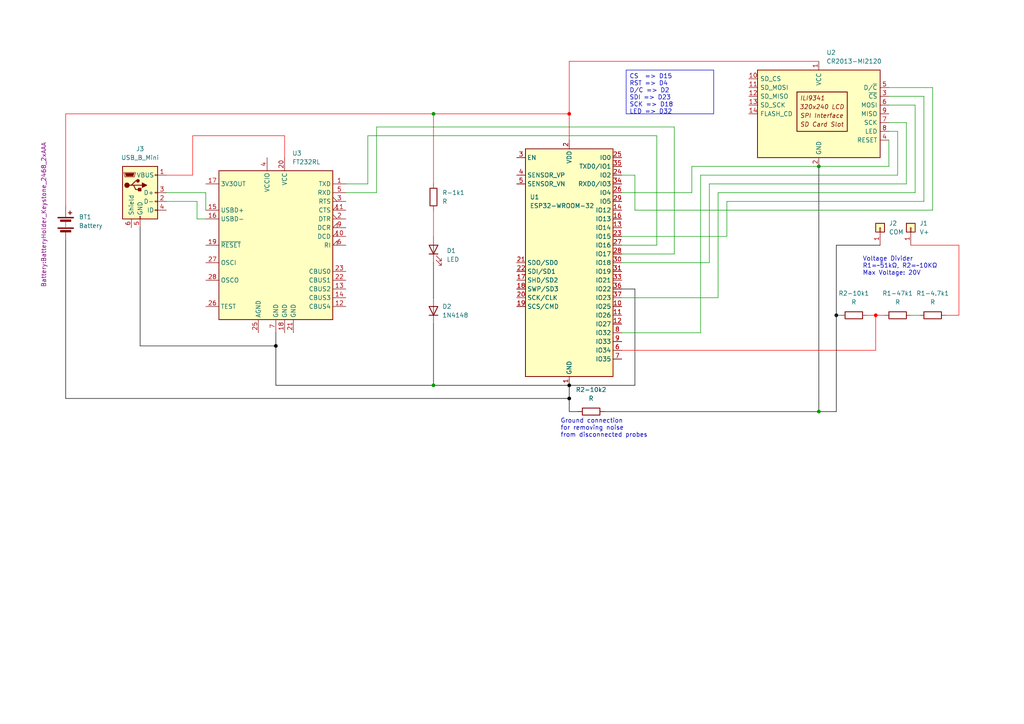
<source format=kicad_sch>
(kicad_sch (version 20230121) (generator eeschema)
  (paper "A4")
  (lib_symbols
    (symbol "Connector:USB_B_Mini" (pin_names (offset 1.016))
      (property "Reference" "J" (at -5.08 11.43 0))
      (property "Value" "USB_B_Mini" (at -5.08 8.89 0))
      (symbol "USB_B_Mini_0_1"
        (rectangle (start -5.08 -7.62) (end 5.08 7.62) (stroke (width 0.254)) (fill (type background)))
        (circle (center -3.81 2.159) (radius 0.635) (stroke (width 0.254)) (fill (type outline)))
        (circle (center -0.635 3.429) (radius 0.381) (stroke (width 0.254)) (fill (type outline)))
        (rectangle (start -0.127 -7.62) (end 0.127 -6.858))
        (polyline (pts (xy -1.905 2.159) (xy 0.635 2.159)) (stroke (width 0.254)))
        (polyline (pts (xy -3.175 2.159) (xy -2.54 2.159) (xy -1.27 3.429) (xy -0.635 3.429)) (stroke (width 0.254)))
        (polyline (pts (xy -2.54 2.159) (xy -1.905 2.159) (xy -1.27 0.889) (xy 0 0.889)) (stroke (width 0.254)))
        (polyline (pts (xy 0.635 2.794) (xy 0.635 1.524) (xy 1.905 2.159) (xy 0.635 2.794)) (stroke (width 0.254)) (fill (type outline)))
        (polyline (pts (xy -4.318 5.588) (xy -1.778 5.588) (xy -2.032 4.826) (xy -4.064 4.826) (xy -4.318 5.588)) (fill (type outline)))
        (polyline (pts (xy -4.699 5.842) (xy -4.699 5.588) (xy -4.445 4.826) (xy -4.445 4.572) (xy -1.651 4.572) (xy -1.651 4.826) (xy -1.397 5.588) (xy -1.397 5.842) (xy -4.699 5.842)))
        (rectangle (start 0.254 1.27) (end -0.508 0.508) (stroke (width 0.254)) (fill (type outline)))
        (rectangle (start 5.08 -5.207) (end 4.318 -4.953))
        (rectangle (start 5.08 -2.667) (end 4.318 -2.413))
        (rectangle (start 5.08 -0.127) (end 4.318 0.127))
        (rectangle (start 5.08 4.953) (end 4.318 5.207))
      )
      (symbol "USB_B_Mini_1_1"
        (pin power_out line (at 7.62 5.08 180) (length 2.54) (name "VBUS") (number "1"))
        (pin bidirectional line (at 7.62 -2.54 180) (length 2.54) (name "D-") (number "2"))
        (pin bidirectional line (at 7.62 0 180) (length 2.54) (name "D+") (number "3"))
        (pin passive line (at 7.62 -5.08 180) (length 2.54) (name "ID") (number "4"))
        (pin power_out line (at 0 -10.16 90) (length 2.54) (name "GND") (number "5"))
        (pin passive line (at -2.54 -10.16 90) (length 2.54) (name "Shield") (number "6"))
      )
    )
    (symbol "Connector_Generic:Conn_01x01" (pin_names (offset 1.016) hide)
      (property "Reference" "J" (at 0 2.54 0))
      (property "Value" "Conn_01x01" (at 0 -2.54 0))
      (symbol "Conn_01x01_1_1"
        (rectangle (start -1.27 0.127) (end 0 -0.127) (stroke (width 0.1524)))
        (rectangle (start -1.27 1.27) (end 1.27 -1.27) (stroke (width 0.254)) (fill (type background)))
        (pin passive line (at -5.08 0 0) (length 3.81) (name "Pin_1") (number "1"))
      )
    )
    (symbol "Device:Battery" (pin_numbers hide) (pin_names (offset 0) hide)
      (property "Reference" "BT" (at 2.54 2.54 0))
      (property "Value" "Battery" (at 2.54 0 0))
      (symbol "Battery_0_1"
        (rectangle (start -2.286 -1.27) (end 2.286 -1.524) (fill (type outline)))
        (rectangle (start -2.286 1.778) (end 2.286 1.524) (fill (type outline)))
        (rectangle (start -1.524 -2.032) (end 1.524 -2.54) (fill (type outline)))
        (rectangle (start -1.524 1.016) (end 1.524 0.508) (fill (type outline)))
        (polyline (pts (xy 0 -1.016) (xy 0 -0.762)))
        (polyline (pts (xy 0 -0.508) (xy 0 -0.254)))
        (polyline (pts (xy 0 0) (xy 0 0.254)))
        (polyline (pts (xy 0 1.778) (xy 0 2.54)))
        (polyline (pts (xy 0.762 3.048) (xy 1.778 3.048)) (stroke (width 0.254)))
        (polyline (pts (xy 1.27 3.556) (xy 1.27 2.54)) (stroke (width 0.254)))
      )
      (symbol "Battery_1_1"
        (pin passive line (at 0 5.08 270) (length 2.54) (name "+") (number "1"))
        (pin passive line (at 0 -5.08 90) (length 2.54) (name "-") (number "2"))
      )
    )
    (symbol "Device:LED" (pin_numbers hide) (pin_names (offset 1.016) hide)
      (property "Reference" "D" (at 0 2.54 0))
      (property "Value" "LED" (at 0 -2.54 0))
      (symbol "LED_0_1"
        (polyline (pts (xy -1.27 -1.27) (xy -1.27 1.27)) (stroke (width 0.254)))
        (polyline (pts (xy -1.27 0) (xy 1.27 0)))
        (polyline (pts (xy 1.27 -1.27) (xy 1.27 1.27) (xy -1.27 0) (xy 1.27 -1.27)) (stroke (width 0.254)))
        (polyline (pts (xy -3.048 -0.762) (xy -4.572 -2.286) (xy -3.81 -2.286) (xy -4.572 -2.286) (xy -4.572 -1.524)))
        (polyline (pts (xy -1.778 -0.762) (xy -3.302 -2.286) (xy -2.54 -2.286) (xy -3.302 -2.286) (xy -3.302 -1.524)))
      )
      (symbol "LED_1_1"
        (pin passive line (at -3.81 0 0) (length 2.54) (name "K") (number "1"))
        (pin passive line (at 3.81 0 180) (length 2.54) (name "A") (number "2"))
      )
    )
    (symbol "Device:R" (pin_numbers hide) (pin_names (offset 0))
      (property "Reference" "R" (at 2.032 0 90))
      (property "Value" "R" (at 0 0 90))
      (symbol "R_0_1"
        (rectangle (start -1.016 -2.54) (end 1.016 2.54) (stroke (width 0.254)))
      )
      (symbol "R_1_1"
        (pin passive line (at 0 3.81 270) (length 1.27) (name "~") (number "1"))
        (pin passive line (at 0 -3.81 90) (length 1.27) (name "~") (number "2"))
      )
    )
    (symbol "Diode:1N4148" (pin_numbers hide) (pin_names hide)
      (property "Reference" "D" (at 0 2.54 0))
      (property "Value" "1N4148" (at 0 -2.54 0))
      (symbol "1N4148_0_1"
        (polyline (pts (xy -1.27 1.27) (xy -1.27 -1.27)) (stroke (width 0.254)))
        (polyline (pts (xy 1.27 0) (xy -1.27 0)))
        (polyline (pts (xy 1.27 1.27) (xy 1.27 -1.27) (xy -1.27 0) (xy 1.27 1.27)) (stroke (width 0.254)))
      )
      (symbol "1N4148_1_1"
        (pin passive line (at -3.81 0 0) (length 2.54) (name "K") (number "1"))
        (pin passive line (at 3.81 0 180) (length 2.54) (name "A") (number "2"))
      )
    )
    (symbol "Driver_Display:CR2013-MI2120" (pin_names (offset 0.762))
      (property "Reference" "U" (at -17.526 13.97 0))
      (property "Value" "CR2013-MI2120" (at 1.905 13.97 0))
      (symbol "CR2013-MI2120_0_0"
        (text "320x240 LCD" (at 0.889 2.032 0) (effects (font (size 1.27 1.27) italic)))
        (text "ILI9341" (at -5.461 4.572 0) (effects (font (size 1.27 1.27) italic) (justify left)))
        (text "SD Card Slot" (at -5.461 -3.048 0) (effects (font (size 1.27 1.27) italic) (justify left)))
        (text "SPI Interface" (at -5.461 -0.508 0) (effects (font (size 1.27 1.27) italic) (justify left)))
      )
      (symbol "CR2013-MI2120_0_1"
        (rectangle (start -17.78 12.7) (end 17.78 -12.7) (stroke (width 0.254)) (fill (type background)))
        (rectangle (start -6.35 6.35) (end 8.255 -5.08) (stroke (width 0.254)))
      )
      (symbol "CR2013-MI2120_1_1"
        (pin power_in line (at 0 15.24 270) (length 2.54) (name "VCC") (number "1"))
        (pin input line (at -20.32 10.16 0) (length 2.54) (name "SD_CS") (number "10"))
        (pin input line (at -20.32 7.62 0) (length 2.54) (name "SD_MOSI") (number "11"))
        (pin output line (at -20.32 5.08 0) (length 2.54) (name "SD_MISO") (number "12"))
        (pin input line (at -20.32 2.54 0) (length 2.54) (name "SD_SCK") (number "13"))
        (pin input line (at -20.32 0 0) (length 2.54) (name "FLASH_CD") (number "14"))
        (pin power_in line (at 0 -15.24 90) (length 2.54) (name "GND") (number "2"))
        (pin input line (at 20.32 5.08 180) (length 2.54) (name "~{CS}") (number "3"))
        (pin input line (at 20.32 -7.62 180) (length 2.54) (name "RESET") (number "4"))
        (pin input line (at 20.32 7.62 180) (length 2.54) (name "D/~{C}") (number "5"))
        (pin input line (at 20.32 2.54 180) (length 2.54) (name "MOSI") (number "6"))
        (pin input line (at 20.32 -2.54 180) (length 2.54) (name "SCK") (number "7"))
        (pin input line (at 20.32 -5.08 180) (length 2.54) (name "LED") (number "8"))
        (pin output line (at 20.32 0 180) (length 2.54) (name "MISO") (number "9"))
      )
    )
    (symbol "Interface_USB:FT232RL"
      (property "Reference" "U" (at -16.51 22.86 0))
      (property "Value" "FT232RL" (at 10.16 22.86 0))
      (symbol "FT232RL_0_1"
        (rectangle (start -16.51 21.59) (end 16.51 -21.59) (stroke (width 0.254)) (fill (type background)))
      )
      (symbol "FT232RL_1_1"
        (pin output line (at 20.32 17.78 180) (length 3.81) (name "TXD") (number "1"))
        (pin input input_low (at 20.32 2.54 180) (length 3.81) (name "DCD") (number "10"))
        (pin input input_low (at 20.32 10.16 180) (length 3.81) (name "CTS") (number "11"))
        (pin bidirectional line (at 20.32 -17.78 180) (length 3.81) (name "CBUS4") (number "12"))
        (pin bidirectional line (at 20.32 -12.7 180) (length 3.81) (name "CBUS2") (number "13"))
        (pin bidirectional line (at 20.32 -15.24 180) (length 3.81) (name "CBUS3") (number "14"))
        (pin bidirectional line (at -20.32 10.16 0) (length 3.81) (name "USBD+") (number "15"))
        (pin bidirectional line (at -20.32 7.62 0) (length 3.81) (name "USBD-") (number "16"))
        (pin power_out line (at -20.32 17.78 0) (length 3.81) (name "3V3OUT") (number "17"))
        (pin power_in line (at 2.54 -25.4 90) (length 3.81) (name "GND") (number "18"))
        (pin input line (at -20.32 0 0) (length 3.81) (name "~{RESET}") (number "19"))
        (pin output output_low (at 20.32 7.62 180) (length 3.81) (name "DTR") (number "2"))
        (pin power_in line (at 2.54 25.4 270) (length 3.81) (name "VCC") (number "20"))
        (pin power_in line (at 5.08 -25.4 90) (length 3.81) (name "GND") (number "21"))
        (pin bidirectional line (at 20.32 -10.16 180) (length 3.81) (name "CBUS1") (number "22"))
        (pin bidirectional line (at 20.32 -7.62 180) (length 3.81) (name "CBUS0") (number "23"))
        (pin power_in line (at -5.08 -25.4 90) (length 3.81) (name "AGND") (number "25"))
        (pin input line (at -20.32 -17.78 0) (length 3.81) (name "TEST") (number "26"))
        (pin input line (at -20.32 -5.08 0) (length 3.81) (name "OSCI") (number "27"))
        (pin output line (at -20.32 -10.16 0) (length 3.81) (name "OSCO") (number "28"))
        (pin output output_low (at 20.32 12.7 180) (length 3.81) (name "RTS") (number "3"))
        (pin power_in line (at -2.54 25.4 270) (length 3.81) (name "VCCIO") (number "4"))
        (pin input line (at 20.32 15.24 180) (length 3.81) (name "RXD") (number "5"))
        (pin input input_low (at 20.32 0 180) (length 3.81) (name "RI") (number "6"))
        (pin power_in line (at 0 -25.4 90) (length 3.81) (name "GND") (number "7"))
        (pin input input_low (at 20.32 5.08 180) (length 3.81) (name "DCR") (number "9"))
      )
    )
    (symbol "RF_Module:ESP32-WROOM-32"
      (property "Reference" "U" (at -12.7 34.29 0))
      (property "Value" "ESP32-WROOM-32" (at 1.27 34.29 0))
      (symbol "ESP32-WROOM-32_0_1"
        (rectangle (start -12.7 33.02) (end 12.7 -33.02) (stroke (width 0.254)) (fill (type background)))
      )
      (symbol "ESP32-WROOM-32_1_1"
        (pin power_in line (at 0 -35.56 90) (length 2.54) (name "GND") (number "1"))
        (pin bidirectional line (at 15.24 -12.7 180) (length 2.54) (name "IO25") (number "10"))
        (pin bidirectional line (at 15.24 -15.24 180) (length 2.54) (name "IO26") (number "11"))
        (pin bidirectional line (at 15.24 -17.78 180) (length 2.54) (name "IO27") (number "12"))
        (pin bidirectional line (at 15.24 10.16 180) (length 2.54) (name "IO14") (number "13"))
        (pin bidirectional line (at 15.24 15.24 180) (length 2.54) (name "IO12") (number "14"))
        (pin passive line (at 0 -35.56 90) (length 2.54) hide (name "GND") (number "15"))
        (pin bidirectional line (at 15.24 12.7 180) (length 2.54) (name "IO13") (number "16"))
        (pin bidirectional line (at -15.24 -5.08 0) (length 2.54) (name "SHD/SD2") (number "17"))
        (pin bidirectional line (at -15.24 -7.62 0) (length 2.54) (name "SWP/SD3") (number "18"))
        (pin bidirectional line (at -15.24 -12.7 0) (length 2.54) (name "SCS/CMD") (number "19"))
        (pin power_in line (at 0 35.56 270) (length 2.54) (name "VDD") (number "2"))
        (pin bidirectional line (at -15.24 -10.16 0) (length 2.54) (name "SCK/CLK") (number "20"))
        (pin bidirectional line (at -15.24 0 0) (length 2.54) (name "SDO/SD0") (number "21"))
        (pin bidirectional line (at -15.24 -2.54 0) (length 2.54) (name "SDI/SD1") (number "22"))
        (pin bidirectional line (at 15.24 7.62 180) (length 2.54) (name "IO15") (number "23"))
        (pin bidirectional line (at 15.24 25.4 180) (length 2.54) (name "IO2") (number "24"))
        (pin bidirectional line (at 15.24 30.48 180) (length 2.54) (name "IO0") (number "25"))
        (pin bidirectional line (at 15.24 20.32 180) (length 2.54) (name "IO4") (number "26"))
        (pin bidirectional line (at 15.24 5.08 180) (length 2.54) (name "IO16") (number "27"))
        (pin bidirectional line (at 15.24 2.54 180) (length 2.54) (name "IO17") (number "28"))
        (pin bidirectional line (at 15.24 17.78 180) (length 2.54) (name "IO5") (number "29"))
        (pin input line (at -15.24 30.48 0) (length 2.54) (name "EN") (number "3"))
        (pin bidirectional line (at 15.24 0 180) (length 2.54) (name "IO18") (number "30"))
        (pin bidirectional line (at 15.24 -2.54 180) (length 2.54) (name "IO19") (number "31"))
        (pin no_connect line (at -12.7 -27.94 0) (length 2.54) hide (name "NC") (number "32"))
        (pin bidirectional line (at 15.24 -5.08 180) (length 2.54) (name "IO21") (number "33"))
        (pin bidirectional line (at 15.24 22.86 180) (length 2.54) (name "RXD0/IO3") (number "34"))
        (pin bidirectional line (at 15.24 27.94 180) (length 2.54) (name "TXD0/IO1") (number "35"))
        (pin bidirectional line (at 15.24 -7.62 180) (length 2.54) (name "IO22") (number "36"))
        (pin bidirectional line (at 15.24 -10.16 180) (length 2.54) (name "IO23") (number "37"))
        (pin passive line (at 0 -35.56 90) (length 2.54) hide (name "GND") (number "38"))
        (pin passive line (at 0 -35.56 90) (length 2.54) hide (name "GND") (number "39"))
        (pin input line (at -15.24 25.4 0) (length 2.54) (name "SENSOR_VP") (number "4"))
        (pin input line (at -15.24 22.86 0) (length 2.54) (name "SENSOR_VN") (number "5"))
        (pin input line (at 15.24 -25.4 180) (length 2.54) (name "IO34") (number "6"))
        (pin input line (at 15.24 -27.94 180) (length 2.54) (name "IO35") (number "7"))
        (pin bidirectional line (at 15.24 -20.32 180) (length 2.54) (name "IO32") (number "8"))
        (pin bidirectional line (at 15.24 -22.86 180) (length 2.54) (name "IO33") (number "9"))
      )
    )
  )
  (junction (at 125.73 33.02))
  (junction (at 165.1 115.57) (color 0 0 0 1))
  (junction (at 80.01 100.33) (color 0 0 0 1))
  (junction (at 165.1 111.76) (color 0 0 0 1))
  (junction (at 165.1 33.02) (color 255 0 0 1))
  (junction (at 125.73 111.76))
  (junction (at 242.57 91.44) (color 0 0 0 0.8))
  (junction (at 254 91.44) (color 255 0 0 1))
  (junction (at 237.49 48.26))
  (junction (at 237.49 119.38))
  (wire (pts (xy 106.68 53.34) (xy 100.33 53.34)))
  (wire (pts (xy 80.01 100.33) (xy 80.01 111.76)) (stroke (width 0) (color 0 0 0 1)))
  (wire (pts (xy 278.13 91.44) (xy 278.13 71.12)) (stroke (width 0) (color 255 0 0 1)))
  (wire (pts (xy 19.05 33.02) (xy 125.73 33.02)) (stroke (width 0) (color 255 0 0 1)))
  (wire (pts (xy 260.35 50.8) (xy 203.2 50.8)))
  (wire (pts (xy 254 101.6) (xy 180.34 101.6)) (stroke (width 0) (color 255 0 0 1)))
  (wire (pts (xy 19.05 59.69) (xy 19.05 33.02)) (stroke (width 0) (color 255 0 0 1)))
  (wire (pts (xy 19.05 69.85) (xy 19.05 115.57)) (stroke (width 0) (color 0 0 0 1)))
  (wire (pts (xy 237.49 119.38) (xy 237.49 48.26)) (stroke (width 0) (color 0 0 0 1)))
  (wire (pts (xy 267.97 27.94) (xy 267.97 58.42)))
  (wire (pts (xy 243.84 91.44) (xy 242.57 91.44)))
  (wire (pts (xy 257.81 25.4) (xy 270.51 25.4)))
  (wire (pts (xy 109.22 55.88) (xy 109.22 36.83)))
  (wire (pts (xy 203.2 96.52) (xy 180.34 96.52)))
  (wire (pts (xy 125.73 33.02) (xy 125.73 53.34)) (stroke (width 0) (color 255 0 0 1)))
  (wire (pts (xy 257.81 35.56) (xy 262.89 35.56)))
  (wire (pts (xy 55.88 39.37) (xy 82.55 39.37)) (stroke (width 0) (color 255 0 0 1)))
  (wire (pts (xy 264.16 71.12) (xy 278.13 71.12)) (stroke (width 0) (color 255 0 0 1)))
  (wire (pts (xy 82.55 39.37) (xy 82.55 45.72)) (stroke (width 0) (color 255 0 0 1)))
  (wire (pts (xy 242.57 71.12) (xy 242.57 91.44)) (stroke (width 0) (color 0 0 0 0.8)))
  (wire (pts (xy 257.81 40.64) (xy 257.81 48.26)))
  (wire (pts (xy 257.81 27.94) (xy 267.97 27.94)))
  (wire (pts (xy 48.26 50.8) (xy 55.88 50.8)) (stroke (width 0) (color 255 0 0 1)))
  (wire (pts (xy 195.58 36.83) (xy 195.58 73.66)))
  (wire (pts (xy 190.5 39.37) (xy 190.5 71.12)))
  (wire (pts (xy 262.89 53.34) (xy 205.74 53.34)))
  (wire (pts (xy 260.35 38.1) (xy 260.35 50.8)))
  (wire (pts (xy 40.64 66.04) (xy 40.64 100.33)) (stroke (width 0) (color 0 0 0 1)))
  (wire (pts (xy 210.82 58.42) (xy 210.82 68.58)))
  (wire (pts (xy 237.49 17.78) (xy 165.1 17.78)) (stroke (width 0) (color 255 0 0 1)))
  (wire (pts (xy 242.57 119.38) (xy 242.57 91.44)) (stroke (width 0) (color 0 0 0 1)))
  (wire (pts (xy 200.66 55.88) (xy 180.34 55.88)))
  (wire (pts (xy 165.1 111.76) (xy 165.1 115.57)) (stroke (width 0) (color 0 0 0 1)))
  (wire (pts (xy 257.81 48.26) (xy 237.49 48.26)))
  (wire (pts (xy 210.82 68.58) (xy 180.34 68.58)))
  (wire (pts (xy 242.57 71.12) (xy 255.27 71.12)) (stroke (width 0) (color 0 0 0 0.8)))
  (wire (pts (xy 180.34 73.66) (xy 195.58 73.66)))
  (wire (pts (xy 242.57 119.38) (xy 237.49 119.38)) (stroke (width 0) (color 0 0 0 1)))
  (wire (pts (xy 165.1 119.38) (xy 167.64 119.38)) (stroke (width 0) (color 0 0 0 1)))
  (wire (pts (xy 208.28 55.88) (xy 208.28 86.36)))
  (wire (pts (xy 265.43 55.88) (xy 208.28 55.88)))
  (wire (pts (xy 184.15 83.82) (xy 184.15 111.76)) (stroke (width 0) (color 0 0 0 1)))
  (wire (pts (xy 48.26 55.88) (xy 59.69 55.88)))
  (wire (pts (xy 254 91.44) (xy 254 101.6)) (stroke (width 0) (color 255 0 0 1)))
  (wire (pts (xy 205.74 76.2) (xy 180.34 76.2)))
  (wire (pts (xy 165.1 33.02) (xy 165.1 40.64)) (stroke (width 0) (color 255 0 0 1)))
  (wire (pts (xy 100.33 55.88) (xy 109.22 55.88)))
  (wire (pts (xy 274.32 91.44) (xy 278.13 91.44)) (stroke (width 0) (color 255 0 0 1)))
  (wire (pts (xy 180.34 71.12) (xy 190.5 71.12)))
  (wire (pts (xy 257.81 30.48) (xy 265.43 30.48)))
  (wire (pts (xy 48.26 58.42) (xy 57.15 58.42)))
  (wire (pts (xy 57.15 63.5) (xy 59.69 63.5)))
  (wire (pts (xy 184.15 50.8) (xy 180.34 50.8)))
  (wire (pts (xy 125.73 111.76) (xy 80.01 111.76)) (stroke (width 0) (color 0 0 0 1)))
  (wire (pts (xy 125.73 93.98) (xy 125.73 111.76)) (stroke (width 0) (color 0 0 0 1)))
  (wire (pts (xy 184.15 60.96) (xy 184.15 50.8)))
  (wire (pts (xy 262.89 35.56) (xy 262.89 53.34)))
  (wire (pts (xy 254 91.44) (xy 256.54 91.44)) (stroke (width 0) (color 255 0 0 1)))
  (wire (pts (xy 59.69 55.88) (xy 59.69 60.96)))
  (wire (pts (xy 125.73 76.2) (xy 125.73 86.36)) (stroke (width 0) (color 0 0 0 1)))
  (wire (pts (xy 257.81 38.1) (xy 260.35 38.1)))
  (wire (pts (xy 237.49 48.26) (xy 200.66 48.26)))
  (wire (pts (xy 266.7 91.44) (xy 264.16 91.44)))
  (wire (pts (xy 267.97 58.42) (xy 210.82 58.42)))
  (wire (pts (xy 270.51 25.4) (xy 270.51 60.96)))
  (wire (pts (xy 270.51 60.96) (xy 184.15 60.96)))
  (wire (pts (xy 165.1 119.38) (xy 165.1 115.57)) (stroke (width 0) (color 0 0 0 1)))
  (wire (pts (xy 251.46 91.44) (xy 254 91.44)) (stroke (width 0) (color 255 0 0 1)))
  (wire (pts (xy 184.15 111.76) (xy 165.1 111.76)) (stroke (width 0) (color 0 0 0 1)))
  (wire (pts (xy 200.66 48.26) (xy 200.66 55.88)))
  (wire (pts (xy 106.68 39.37) (xy 106.68 53.34)))
  (wire (pts (xy 57.15 58.42) (xy 57.15 63.5)))
  (wire (pts (xy 265.43 30.48) (xy 265.43 55.88)))
  (wire (pts (xy 205.74 53.34) (xy 205.74 76.2)))
  (wire (pts (xy 125.73 33.02) (xy 165.1 33.02)) (stroke (width 0) (color 255 0 0 1)))
  (wire (pts (xy 180.34 83.82) (xy 184.15 83.82)) (stroke (width 0) (color 0 0 0 1)))
  (wire (pts (xy 40.64 100.33) (xy 80.01 100.33)) (stroke (width 0) (color 0 0 0 1)))
  (wire (pts (xy 109.22 36.83) (xy 195.58 36.83)))
  (wire (pts (xy 208.28 86.36) (xy 180.34 86.36)))
  (wire (pts (xy 80.01 100.33) (xy 80.01 96.52)) (stroke (width 0) (color 0 0 0 1)))
  (wire (pts (xy 203.2 50.8) (xy 203.2 96.52)))
  (wire (pts (xy 175.26 119.38) (xy 237.49 119.38)) (stroke (width 0) (color 0 0 0 1)))
  (wire (pts (xy 125.73 60.96) (xy 125.73 68.58)) (stroke (width 0) (color 255 0 0 1)))
  (wire (pts (xy 165.1 111.76) (xy 125.73 111.76)) (stroke (width 0) (color 0 0 0 1)))
  (wire (pts (xy 190.5 39.37) (xy 106.68 39.37)))
  (wire (pts (xy 55.88 50.8) (xy 55.88 39.37)) (stroke (width 0) (color 255 0 0 1)))
  (wire (pts (xy 165.1 17.78) (xy 165.1 33.02)) (stroke (width 0) (color 255 0 0 1)))
  (wire (pts (xy 19.05 115.57) (xy 165.1 115.57)) (stroke (width 0) (color 0 0 0 1)))
  (text_box "CS  => D15\nRST => D4\nD/C => D2\nSDI => D23\nSCK => D18\nLED => D32" (at 181.61 20.32 0) (size 25.4 12.7) (effects (font (size 1.27 1.27)) (justify left top)))
  (text "Voltage Divider\nR1=~51kΩ, R2=~10KΩ\nMax Voltage: 20V" (at 250.19 80.01 0) (effects (font (size 1.27 1.27)) (justify left bottom)))
  (text "Ground connection \nfor removing noise\nfrom disconnected probes" (at 162.56 127 0) (effects (font (size 1.27 1.27)) (justify left bottom)))
  (symbol (lib_id "Connector_Generic:Conn_01x01") (at 255.27 66.04 90) (unit 1)
    (property "Reference" "J2" (at 257.81 64.77 90) (effects (justify right)))
    (property "Value" "COM" (at 257.81 67.31 90) (effects (justify right)))
    (property "Footprint" "TestPoint:TestPoint_Plated_Hole_D2.0mm" (effects hide))
  )
  (symbol (lib_id "Device:Battery") (at 19.05 64.77 0) (unit 1)
    (property "Reference" "BT1" (at 22.86 62.9285 0) (effects (justify left)))
    (property "Value" "Battery" (at 22.86 65.4685 0) (effects (justify left)))
    (property "Footprint" "Battery:BatteryHolder_Keystone_2468_2xAAA" (at 12.7 62.23 90))
  )
  (symbol (lib_id "Device:R") (at 260.35 91.44 90) (unit 1)
    (property "Reference" "R1-47k1" (at 260.35 85.09 90))
    (property "Value" "R" (at 260.35 87.63 90))
    (property "Footprint" "Resistor_SMD:R_1218_3246Metric" (effects hide))
  )
  (symbol (lib_id "Device:LED") (at 125.73 72.39 90) (unit 1)
    (property "Reference" "D1" (at 129.54 72.7075 90) (effects (justify right)))
    (property "Value" "LED" (at 129.54 75.2475 90) (effects (justify right)))
    (property "Footprint" "LED_THT:LED_D3.0mm" (effects hide))
  )
  (symbol (lib_id "Device:R") (at 171.45 119.38 90) (unit 1)
    (property "Reference" "R2-10k2" (at 171.45 113.03 90))
    (property "Value" "R" (at 171.45 115.57 90))
    (property "Footprint" "Resistor_SMD:R_1218_3246Metric" (effects hide))
  )
  (symbol (lib_id "Device:R") (at 270.51 91.44 90) (unit 1)
    (property "Reference" "R1-4.7k1" (at 270.51 85.09 90))
    (property "Value" "R" (at 270.51 87.63 90))
    (property "Footprint" "Resistor_SMD:R_1218_3246Metric" (effects hide))
  )
  (symbol (lib_id "Diode:1N4148") (at 125.73 90.17 90) (unit 1)
    (property "Reference" "D2" (at 128.27 88.9 90) (effects (justify right)))
    (property "Value" "1N4148" (at 128.27 91.44 90) (effects (justify right)))
    (property "Footprint" "Diode_THT:D_DO-35_SOD27_P7.62mm_Horizontal" (effects hide))
    (property "Datasheet" "https://assets.nexperia.com/documents/data-sheet/1N4148_1N4448.pdf" (effects hide))
    (property "Sim.Device" "D" (effects hide))
    (property "Sim.Pins" "1=K 2=A" (effects hide))
  )
  (symbol (lib_id "Device:R") (at 247.65 91.44 90) (unit 1)
    (property "Reference" "R2-10k1" (at 247.65 85.09 90))
    (property "Value" "R" (at 247.65 87.63 90))
    (property "Footprint" "Resistor_SMD:R_1218_3246Metric" (effects hide))
  )
  (symbol (lib_id "Driver_Display:CR2013-MI2120") (at 237.49 33.02 0) (unit 1)
    (property "Reference" "U2" (at 239.6841 15.24 0) (effects (justify left)))
    (property "Value" "CR2013-MI2120" (at 239.6841 17.78 0) (effects (justify left)))
    (property "Footprint" "Display:CR2013-MI2120" (effects hide))
    (property "Datasheet" "http://pan.baidu.com/s/11Y990" (effects hide))
  )
  (symbol (lib_id "RF_Module:ESP32-WROOM-32") (at 165.1 76.2 0) (unit 1)
    (property "Reference" "U1" (at 153.67 57.15 0) (effects (justify left)))
    (property "Value" "ESP32-WROOM-32" (at 153.67 59.69 0) (effects (justify left)))
    (property "Footprint" "RF_Module:ESP32-WROOM-32" (effects hide))
    (property "Datasheet" "https://www.espressif.com/sites/default/files/documentation/esp32-wroom-32_datasheet_en.pdf" (effects hide))
  )
  (symbol (lib_id "Connector_Generic:Conn_01x01") (at 264.16 66.04 90) (unit 1)
    (property "Reference" "J1" (at 266.7 64.77 90) (effects (justify right)))
    (property "Value" "V+" (at 266.7 67.31 90) (effects (justify right)))
    (property "Footprint" "TestPoint:TestPoint_Plated_Hole_D2.0mm" (effects hide))
  )
  (symbol (lib_id "Interface_USB:FT232RL") (at 80.01 71.12 0) (unit 1)
    (property "Reference" "U3" (at 84.7441 44.45 0) (effects (justify left)))
    (property "Value" "FT232RL" (at 84.7441 46.99 0) (effects (justify left)))
    (property "Footprint" "Package_SO:SSOP-28_5.3x10.2mm_P0.65mm" (effects hide))
    (property "Datasheet" "https://www.ftdichip.com/Support/Documents/DataSheets/ICs/DS_FT232R.pdf" (effects hide))
  )
  (symbol (lib_id "Connector:USB_B_Mini") (at 40.64 55.88 0) (unit 1)
    (property "Reference" "J3" (at 40.64 43.18 0))
    (property "Value" "USB_B_Mini" (at 40.64 45.72 0))
    (property "Footprint" "Connector_USB:USB_Mini-B_Wuerth_65100516121_Horizontal" (effects hide))
  )
  (symbol (lib_id "Device:R") (at 125.73 57.15 0) (unit 1)
    (property "Reference" "R-1k1" (at 128.27 55.88 0) (effects (justify left)))
    (property "Value" "R" (at 128.27 58.42 0) (effects (justify left)))
    (property "Footprint" "Resistor_SMD:R_1218_3246Metric" (effects hide))
  )
)
</source>
